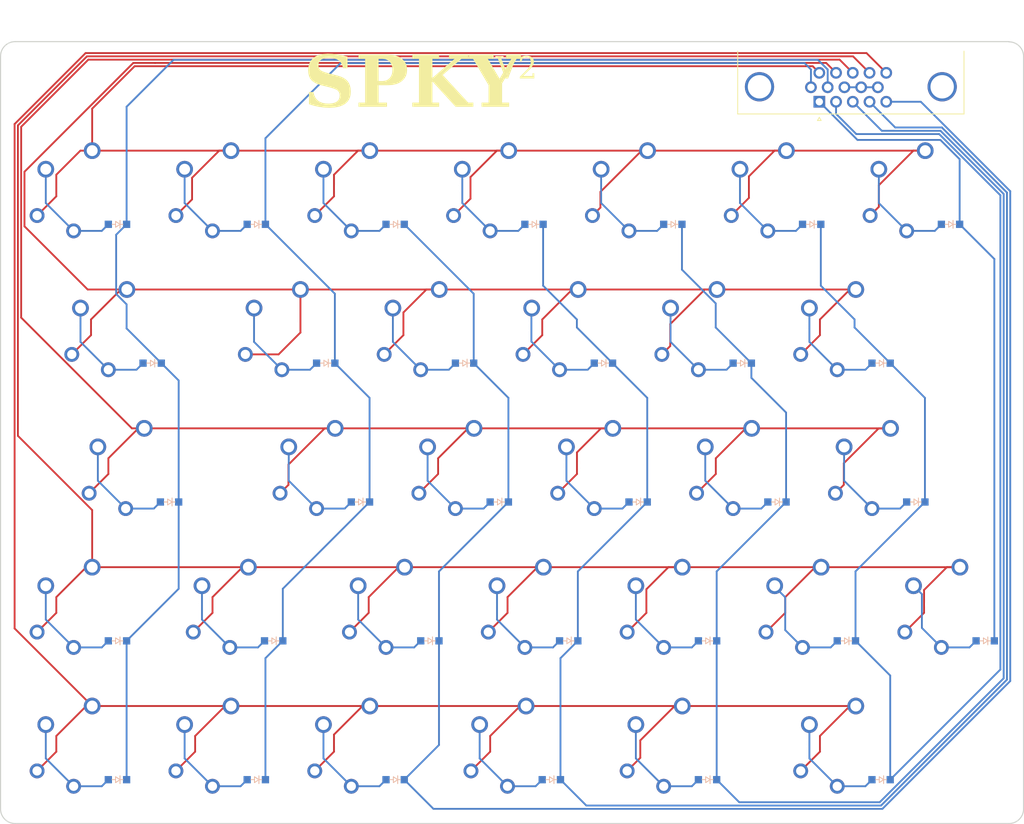
<source format=kicad_pcb>
(kicad_pcb (version 20221018) (generator pcbnew)
  (title_block (title "spkyv2_left") (rev "v1.0.0") (company "Unknown"))
  (layers (0 "F.Cu" signal) (31 "B.Cu" signal) (34 "B.Paste" user) (35 "F.Paste" user) (36 "B.SilkS" user "B.Silkscreen") (37 "F.SilkS" user "F.Silkscreen") (38 "B.Mask" user) (39 "F.Mask" user) (44 "Edge.Cuts" user))
  (net 0 "")
  (net 1 "P1")
  (net 2 "number_tilda")
  (net 3 "P21")
  (net 4 "number_qaz")
  (net 5 "P20")
  (net 6 "number_wsx")
  (net 7 "P19")
  (net 8 "number_edc")
  (net 9 "P18")
  (net 10 "number_rfv")
  (net 11 "P15")
  (net 12 "number_tgb")
  (net 13 "P14")
  (net 14 "number_six")
  (net 15 "P16")
  (net 16 "P0")
  (net 17 "qwer_tilda")
  (net 18 "qwer_qaz")
  (net 19 "qwer_wsx")
  (net 20 "qwer_edc")
  (net 21 "qwer_rfv")
  (net 22 "qwer_tgb")
  (net 23 "P2")
  (net 24 "asdf_tilda")
  (net 25 "asdf_qaz")
  (net 26 "asdf_wsx")
  (net 27 "asdf_edc")
  (net 28 "asdf_rfv")
  (net 29 "asdf_tgb")
  (net 30 "P3")
  (net 31 "zxcv_tilda")
  (net 32 "zxcv_qaz")
  (net 33 "zxcv_wsx")
  (net 34 "zxcv_edc")
  (net 35 "zxcv_rfv")
  (net 36 "zxcv_tgb")
  (net 37 "zxcv_six")
  (net 38 "P4")
  (net 39 "ctrl_tilda")
  (net 40 "ctrl_qaz")
  (net 41 "ctrl_wsx")
  (net 42 "ctrl_edc")
  (net 43 "ctrl_rfv")
  (net 44 "ctrl_tgb")
  (net 45 "GND")
  (footprint "MountingHole_2.2mm_M2_ISO7380" (layer "F.Cu") (at 297.18 144.78 -90)
    (fp_text reference "")
    (fp_text value "")
  )
  (footprint "ComboDiode" (layer "F.Cu") (at 263.25 183.75 180)
    (fp_text reference "D12" hide)
    (fp_text value "" hide)
  )
  (footprint "ComboDiode" (layer "F.Cu") (at 196.75 240.75 180)
    (fp_text reference "D28" hide)
    (fp_text value "" hide)
  )
  (footprint "ComboDiode" (layer "F.Cu") (at 272.75 164.75 180)
    (fp_text reference "D6" hide)
    (fp_text value "" hide)
  )
  (footprint "MX" (layer "F.Cu") (at 193.125 216.75)
    (fp_text reference "S41" hide)
    (fp_text value "" hide)
  )
  (footprint "PG1350" (layer "F.Cu") (at 290.5 216.75 180)
    (fp_text reference "S52" hide)
    (fp_text value "" hide)
  )
  (footprint "PG1350" (layer "F.Cu") (at 171.75 159.75 180)
    (fp_text reference "S2" hide)
    (fp_text value "" hide)
  )
  (footprint "PG1350" (layer "F.Cu") (at 252.5 235.75 180)
    (fp_text reference "S62" hide)
    (fp_text value "" hide)
  )
  (footprint "ComboDiode" (layer "F.Cu") (at 282.25 183.75 180)
    (fp_text reference "D13" hide)
    (fp_text value "" hide)
  )
  (footprint "PG1350" (layer "F.Cu") (at 231.125 235.75 180)
    (fp_text reference "S60" hide)
    (fp_text value "" hide)
  )
  (footprint "PG1350" (layer "F.Cu") (at 252.5 216.75 180)
    (fp_text reference "S48" hide)
    (fp_text value "" hide)
  )
  (footprint "MX" (layer "F.Cu") (at 257.25 178.75)
    (fp_text reference "S23" hide)
    (fp_text value "" hide)
  )
  (footprint "MountingHole_2.2mm_M2_ISO7380" (layer "F.Cu") (at 165.75 199.75 -90)
    (fp_text reference "")
    (fp_text value "")
  )
  (footprint "ComboDiode" (layer "F.Cu") (at 287 202.75 180)
    (fp_text reference "D19" hide)
    (fp_text value "" hide)
  )
  (footprint "PG1350" (layer "F.Cu") (at 238.25 178.75 180)
    (fp_text reference "S22" hide)
    (fp_text value "" hide)
  )
  (footprint "MX" (layer "F.Cu") (at 224 197.75)
    (fp_text reference "S31" hide)
    (fp_text value "" hide)
  )
  (footprint "ComboDiode" (layer "F.Cu") (at 199.125 221.75 180)
    (fp_text reference "D21" hide)
    (fp_text value "" hide)
  )
  (footprint "MX" (layer "F.Cu") (at 252.5 216.75)
    (fp_text reference "S47" hide)
    (fp_text value "" hide)
  )
  (footprint "PG1350" (layer "F.Cu") (at 209.75 159.75 180)
    (fp_text reference "S6" hide)
    (fp_text value "" hide)
  )
  (footprint "PG1350" (layer "F.Cu") (at 257.25 178.75 180)
    (fp_text reference "S24" hide)
    (fp_text value "" hide)
  )
  (footprint "ComboDiode" (layer "F.Cu") (at 215.75 164.75 180)
    (fp_text reference "D3" hide)
    (fp_text value "" hide)
  )
  (footprint "MX" (layer "F.Cu") (at 252.5 235.75)
    (fp_text reference "S61" hide)
    (fp_text value "" hide)
  )
  (footprint "MX" (layer "F.Cu") (at 171.75 159.75)
    (fp_text reference "S1" hide)
    (fp_text value "" hide)
  )
  (footprint "MX" (layer "F.Cu") (at 176.5 178.75)
    (fp_text reference "S15" hide)
    (fp_text value "" hide)
  )
  (footprint "PG1350" (layer "F.Cu") (at 190.75 235.75 180)
    (fp_text reference "S56" hide)
    (fp_text value "" hide)
  )
  (footprint "MX" (layer "F.Cu") (at 214.5 216.75)
    (fp_text reference "S43" hide)
    (fp_text value "" hide)
  )
  (footprint "MX" (layer "F.Cu") (at 290.5 216.75)
    (fp_text reference "S51" hide)
    (fp_text value "" hide)
  )
  (footprint "ComboDiode" (layer "F.Cu") (at 211 202.75 180)
    (fp_text reference "D15" hide)
    (fp_text value "" hide)
  )
  (footprint "ComboDiode" (layer "F.Cu") (at 177.75 240.75 180)
    (fp_text reference "D27" hide)
    (fp_text value "" hide)
  )
  (footprint "MX" (layer "F.Cu") (at 209.75 159.75)
    (fp_text reference "S5" hide)
    (fp_text value "" hide)
  )
  (footprint "MountingHole_2.2mm_M2_ISO7380" (layer "F.Cu") (at 296.75 242.75 -90)
    (fp_text reference "")
    (fp_text value "")
  )
  (footprint "ComboDiode" (layer "F.Cu") (at 220.5 221.75 180)
    (fp_text reference "D22" hide)
    (fp_text value "" hide)
  )
  (footprint "MX" (layer "F.Cu") (at 190.75 235.75)
    (fp_text reference "S55" hide)
    (fp_text value "" hide)
  )
  (footprint "MX" (layer "F.Cu") (at 276.25 235.75)
    (fp_text reference "S63" hide)
    (fp_text value "" hide)
  )
  (footprint "MX" (layer "F.Cu") (at 247.75 159.75)
    (fp_text reference "S9" hide)
    (fp_text value "" hide)
  )
  (footprint "ComboDiode" (layer "F.Cu") (at 206.25 183.75 180)
    (fp_text reference "D9" hide)
    (fp_text value "" hide)
  )
  (footprint "PG1350" (layer "F.Cu") (at 224 197.75 180)
    (fp_text reference "S32" hide)
    (fp_text value "" hide)
  )
  (footprint "MX" (layer "F.Cu") (at 228.75 159.75)
    (fp_text reference "S7" hide)
    (fp_text value "" hide)
  )
  (footprint "PG1350" (layer "F.Cu") (at 171.75 235.75 180)
    (fp_text reference "S54" hide)
    (fp_text value "" hide)
  )
  (footprint "MX" (layer "F.Cu") (at 281 197.75)
    (fp_text reference "S37" hide)
    (fp_text value "" hide)
  )
  (footprint "PG1350" (layer "F.Cu") (at 276.25 235.75 180)
    (fp_text reference "S64" hide)
    (fp_text value "" hide)
  )
  (footprint "PG1350" (layer "F.Cu") (at 171.75 216.75 180)
    (fp_text reference "S40" hide)
    (fp_text value "" hide)
  )
  (footprint "MX" (layer "F.Cu") (at 219.25 178.75)
    (fp_text reference "S19" hide)
    (fp_text value "" hide)
  )
  (footprint "MX" (layer "F.Cu") (at 205 197.75)
    (fp_text reference "S29" hide)
    (fp_text value "" hide)
  )
  (footprint "PG1350" (layer "F.Cu") (at 233.5 216.75 180)
    (fp_text reference "S46" hide)
    (fp_text value "" hide)
  )
  (footprint "PG1350" (layer "F.Cu") (at 271.5 216.75 180)
    (fp_text reference "S50" hide)
    (fp_text value "" hide)
  )
  (footprint "ComboDiode" (layer "F.Cu") (at 177.75 221.75 180)
    (fp_text reference "D20" hide)
    (fp_text value "" hide)
  )
  (footprint "PG1350" (layer "F.Cu") (at 178.875 197.75 180)
    (fp_text reference "S28" hide)
    (fp_text value "" hide)
  )
  (footprint "PG1350" (layer "F.Cu") (at 266.75 159.75 180)
    (fp_text reference "S12" hide)
    (fp_text value "" hide)
  )
  (footprint "ComboDiode" (layer "F.Cu") (at 253.75 164.75 180)
    (fp_text reference "D5" hide)
    (fp_text value "" hide)
  )
  (footprint "PG1350" (layer "F.Cu") (at 190.75 159.75 180)
    (fp_text reference "S4" hide)
    (fp_text value "" hide)
  )
  (footprint "MX" (layer "F.Cu") (at 233.5 216.75)
    (fp_text reference "S45" hide)
    (fp_text value "" hide)
  )
  (footprint "ComboDiode" (layer "F.Cu") (at 258.5 221.75 180)
    (fp_text reference "D24" hide)
    (fp_text value "" hide)
  )
  (footprint "ComboDiode" (layer "F.Cu") (at 225.25 183.75 180)
    (fp_text reference "D10" hide)
    (fp_text value "" hide)
  )
  (footprint "MX" (layer "F.Cu") (at 190.75 159.75)
    (fp_text reference "S3" hide)
    (fp_text value "" hide)
  )
  (footprint "MX" (layer "F.Cu") (at 171.75 216.75)
    (fp_text reference "S39" hide)
    (fp_text value "" hide)
  )
  (footprint "ComboDiode" (layer "F.Cu") (at 215.75 240.75 180)
    (fp_text reference "D29" hide)
    (fp_text value "" hide)
  )
  (footprint "ComboDiode" (layer "F.Cu") (at 277.5 221.75 180)
    (fp_text reference "D25" hide)
    (fp_text value "" hide)
  )
  (footprint "ComboDiode" (layer "F.Cu") (at 244.25 183.75 180)
    (fp_text reference "D11" hide)
    (fp_text value "" hide)
  )
  (footprint "MX" (layer "F.Cu") (at 285.75 159.75)
    (fp_text reference "S13" hide)
    (fp_text value "" hide)
  )
  (footprint "PG1350" (layer "F.Cu") (at 276.25 178.75 180)
    (fp_text reference "S26" hide)
    (fp_text value "" hide)
  )
  (footprint "PG1350" (layer "F.Cu") (at 281 197.75 180)
    (fp_text reference "S38" hide)
    (fp_text value "" hide)
  )
  (footprint "PG1350" (layer "F.Cu") (at 243 197.75 180)
    (fp_text reference "S34" hide)
    (fp_text value "" hide)
  )
  (footprint "PG1350" (layer "F.Cu") (at 262 197.75 180)
    (fp_text reference "S36" hide)
    (fp_text value "" hide)
  )
  (footprint "PG1350" (layer "F.Cu") (at 176.5 178.75 180)
    (fp_text reference "S16" hide)
    (fp_text value "" hide)
  )
  (footprint "MX" (layer "F.Cu") (at 238.25 178.75)
    (fp_text reference "S21" hide)
    (fp_text value "" hide)
  )
  (footprint "PG1350" (layer "F.Cu") (at 205 197.75 180)
    (fp_text reference "S30" hide)
    (fp_text value "" hide)
  )
  (footprint "MX" (layer "F.Cu") (at 266.75 159.75)
    (fp_text reference "S11" hide)
    (fp_text value "" hide)
  )
  (footprint "ComboDiode" (layer "F.Cu") (at 177.75 164.75 180)
    (fp_text reference "D1" hide)
    (fp_text value "" hide)
  )
  (footprint "ComboDiode" (layer "F.Cu") (at 268 202.75 180)
    (fp_text reference "D18" hide)
    (fp_text value "" hide)
  )
  (footprint "MX" (layer "F.Cu") (at 276.25 178.75)
    (fp_text reference "S25" hide)
    (fp_text value "" hide)
  )
  (footprint "ComboDiode" (layer "F.Cu") (at 239.5 221.75 180)
    (fp_text reference "D23" hide)
    (fp_text value "" hide)
  )
  (footprint "PG1350" (layer "F.Cu") (at 209.75 235.75 180)
    (fp_text reference "S58" hide)
    (fp_text value "" hide)
  )
  (footprint "PG1350" (layer "F.Cu") (at 200.25 178.75 180)
    (fp_text reference "S18" hide)
    (fp_text value "" hide)
  )
  (footprint "ComboDiode" (layer "F.Cu") (at 182.5 183.75 180)
    (fp_text reference "D8" hide)
    (fp_text value "" hide)
  )
  (footprint "PG1350" (layer "F.Cu") (at 228.75 159.75 180)
    (fp_text reference "S8" hide)
    (fp_text value "" hide)
  )
  (footprint "MX" (layer "F.Cu") (at 200.25 178.75)
    (fp_text reference "S17" hide)
    (fp_text value "" hide)
  )
  (footprint "ComboDiode" (layer "F.Cu") (at 282.25 240.75 180)
    (fp_text reference "D32" hide)
    (fp_text value "" hide)
  )
  (footprint "ComboDiode" (layer "F.Cu") (at 184.875 202.75 180)
    (fp_text reference "D14" hide)
    (fp_text value "" hide)
  )
  (footprint "ComboDiode" (layer "F.Cu") (at 291.75 164.75 180)
    (fp_text reference "D7" hide)
    (fp_text value "" hide)
  )
  (footprint "MX" (layer "F.Cu") (at 262 197.75)
    (fp_text reference "S35" hide)
    (fp_text value "" hide)
  )
  (footprint "PG1350" (layer "F.Cu") (at 285.75 159.75 180)
    (fp_text reference "S14" hide)
    (fp_text value "" hide)
  )
  (footprint "ComboDiode" (layer "F.Cu") (at 258.5 240.75 180)
    (fp_text reference "D31" hide)
    (fp_text value "" hide)
  )
  (footprint "ComboDiode" (layer "F.Cu") (at 296.5 221.75 180)
    (fp_text reference "D26" hide)
    (fp_text value "" hide)
  )
  (footprint "ComboDiode" (layer "F.Cu") (at 234.75 164.75 180)
    (fp_text reference "D4" hide)
    (fp_text value "" hide)
  )
  (footprint "ComboDiode" (layer "F.Cu") (at 249 202.75 180)
    (fp_text reference "D17" hide)
    (fp_text value "" hide)
  )
  (footprint "PG1350" (layer "F.Cu") (at 214.5 216.75 180)
    (fp_text reference "S44" hide)
    (fp_text value "" hide)
  )
  (footprint "MX" (layer "F.Cu") (at 243 197.75)
    (fp_text reference "S33" hide)
    (fp_text value "" hide)
  )
  (footprint "MX" (layer "F.Cu") (at 271.5 216.75)
    (fp_text reference "S49" hide)
    (fp_text value "" hide)
  )
  (footprint "PG1350" (layer "F.Cu") (at 193.125 216.75 180)
    (fp_text reference "S42" hide)
    (fp_text value "" hide)
  )
  (footprint "ComboDiode" (layer "F.Cu") (at 230 202.75 180)
    (fp_text reference "D16" hide)
    (fp_text value "" hide)
  )
  (footprint "PG1350" (layer "F.Cu") (at 219.25 178.75 180)
    (fp_text reference "S20" hide)
    (fp_text value "" hide)
  )
  (footprint "MX" (layer "F.Cu") (at 231.125 235.75)
    (fp_text reference "S59" hide)
    (fp_text value "" hide)
  )
  (footprint "DSUB-15-HD_Female_Horizontal_P2.29x1.98mm_EdgePinOffset9.40mm" (layer "F.Cu") (at 273.796 147.978 180)
    (fp_text reference "")
    (fp_text value "")
  )
  (footprint "MX" (layer "F.Cu") (at 178.875 197.75)
    (fp_text reference "S27" hide)
    (fp_text value "" hide)
  )
  (footprint "ComboDiode" (layer "F.Cu") (at 196.75 164.75 180)
    (fp_text reference "D2" hide)
    (fp_text value "" hide)
  )
  (footprint "MX" (layer "F.Cu") (at 171.75 235.75)
    (fp_text reference "S53" hide)
    (fp_text value "" hide)
  )
  (footprint "MX" (layer "F.Cu") (at 209.75 235.75)
    (fp_text reference "S57" hide)
    (fp_text value "" hide)
  )
  (footprint "ComboDiode" (layer "F.Cu") (at 237.125 240.75 180)
    (fp_text reference "D30" hide)
    (fp_text value "" hide)
  )
  (footprint "PG1350" (layer "F.Cu") (at 247.75 159.75 180)
    (fp_text reference "S10" hide)
    (fp_text value "" hide)
  )
  (footprint "MountingHole_2.2mm_M2_ISO7380" (layer "F.Cu") (at 165.75 144.75 -90)
    (fp_text reference "")
    (fp_text value "")
  )
  (gr_arc (start 301.75 244.75) (mid 301.164214 246.164214) (end 299.75 246.75) (stroke (width 0.15)) (layer "Edge.Cuts"))
  (gr_line (start 163.75 246.75) (end 299.75 246.75) (stroke (width 0.15)) (layer "Edge.Cuts"))
  (gr_line (start 299.75 139.75) (end 163.75 139.75) (stroke (width 0.15)) (layer "Edge.Cuts"))
  (gr_arc (start 163.75 246.75) (mid 162.335786 246.164214) (end 161.75 244.75) (stroke (width 0.15)) (layer "Edge.Cuts"))
  (gr_arc (start 161.75 141.75) (mid 162.335786 140.335786) (end 163.75 139.75) (stroke (width 0.15)) (layer "Edge.Cuts"))
  (gr_line (start 301.75 244.75) (end 301.75 141.75) (stroke (width 0.15)) (layer "Edge.Cuts"))
  (gr_line (start 161.75 141.75) (end 161.75 244.75) (stroke (width 0.15)) (layer "Edge.Cuts"))
  (gr_arc (start 299.75 139.78) (mid 301.164214 140.365786) (end 301.75 141.78) (stroke (width 0.15)) (layer "Edge.Cuts"))
  (gr_text "V2" (at 229.5 145.3) (layer "F.SilkS") (effects (font (size 3 3)) (justify left bottom)))
  (gr_text "SPKY" (at 203.2 149.86) (layer "F.SilkS") (effects (font (size 7 7) (thickness 1) bold) (justify left bottom)))
  (segment (start 281.94 159.403554) (end 281.94 162.36) (width 0.25) (layer "F.Cu") (net 1))
  (segment (start 210.673554 154.67) (end 207.3811 157.962454) (width 0.25) (layer "F.Cu") (net 1))
  (segment (start 187.96 158.383554) (end 187.96 161.34) (width 0.25) (layer "F.Cu") (net 1))
  (segment (start 169.3811 160.9189) (end 169.3811 157.962454) (width 0.25) (layer "F.Cu") (net 1))
  (segment (start 250.29 154.67) (end 269.29 154.67) (width 0.25) (layer "F.Cu") (net 1))
  (segment (start 267.673554 154.67) (end 264.16 158.183554) (width 0.25) (layer "F.Cu") (net 1))
  (segment (start 166.75 163.55) (end 169.3811 160.9189) (width 0.25) (layer "F.Cu") (net 1))
  (segment (start 288.29 154.67) (end 286.673554 154.67) (width 0.25) (layer "F.Cu") (net 1))
  (segment (start 212.29 154.67) (end 210.673554 154.67) (width 0.25) (layer "F.Cu") (net 1))
  (segment (start 229.673554 154.67) (end 226.06 158.283554) (width 0.25) (layer "F.Cu") (net 1))
  (segment (start 191.673554 154.67) (end 187.96 158.383554) (width 0.25) (layer "F.Cu") (net 1))
  (segment (start 180.101396 143.115) (end 174.29 148.926396) (width 0.25) (layer "F.Cu") (net 1))
  (segment (start 226.06 158.283554) (end 226.06 161.24) (width 0.25) (layer "F.Cu") (net 1))
  (segment (start 231.29 154.67) (end 250.29 154.67) (width 0.25) (layer "F.Cu") (net 1))
  (segment (start 193.29 154.67) (end 191.673554 154.67) (width 0.25) (layer "F.Cu") (net 1))
  (segment (start 250.29 154.67) (end 249.479869 154.67) (width 0.25) (layer "F.Cu") (net 1))
  (segment (start 172.673554 154.67) (end 174.29 154.67) (width 0.25) (layer "F.Cu") (net 1))
  (segment (start 264.16 158.183554) (end 264.16 161.14) (width 0.25) (layer "F.Cu") (net 1))
  (segment (start 169.3811 157.962454) (end 172.673554 154.67) (width 0.25) (layer "F.Cu") (net 1))
  (segment (start 231.29 154.67) (end 229.673554 154.67) (width 0.25) (layer "F.Cu") (net 1))
  (segment (start 264.16 161.14) (end 261.75 163.55) (width 0.25) (layer "F.Cu") (net 1))
  (segment (start 281.94 162.36) (end 280.75 163.55) (width 0.25) (layer "F.Cu") (net 1))
  (segment (start 193.29 154.67) (end 212.29 154.67) (width 0.25) (layer "F.Cu") (net 1))
  (segment (start 249.479869 154.67) (end 243.84 160.309869) (width 0.25) (layer "F.Cu") (net 1))
  (segment (start 243.84 162.46) (end 242.75 163.55) (width 0.25) (layer "F.Cu") (net 1))
  (segment (start 207.3811 160.9189) (end 204.75 163.55) (width 0.25) (layer "F.Cu") (net 1))
  (segment (start 269.29 154.67) (end 267.673554 154.67) (width 0.25) (layer "F.Cu") (net 1))
  (segment (start 174.29 148.926396) (end 174.29 154.67) (width 0.25) (layer "F.Cu") (net 1))
  (segment (start 226.06 161.24) (end 223.75 163.55) (width 0.25) (layer "F.Cu") (net 1))
  (segment (start 187.96 161.34) (end 185.75 163.55) (width 0.25) (layer "F.Cu") (net 1))
  (segment (start 174.29 154.67) (end 193.29 154.67) (width 0.25) (layer "F.Cu") (net 1))
  (segment (start 269.29 154.67) (end 288.29 154.67) (width 0.25) (layer "F.Cu") (net 1))
  (segment (start 286.673554 154.67) (end 281.94 159.403554) (width 0.25) (layer "F.Cu") (net 1))
  (segment (start 272.893 143.115) (end 180.101396 143.115) (width 0.25) (layer "F.Cu") (net 1))
  (segment (start 273.796 144.018) (end 272.893 143.115) (width 0.25) (layer "F.Cu") (net 1))
  (segment (start 207.3811 157.962454) (end 207.3811 160.9189) (width 0.25) (layer "F.Cu") (net 1))
  (segment (start 243.84 160.309869) (end 243.84 162.46) (width 0.25) (layer "F.Cu") (net 1))
  (segment (start 212.29 154.67) (end 231.29 154.67) (width 0.25) (layer "F.Cu") (net 1))
  (segment (start 175.6 165.65) (end 176.5 164.75) (width 0.25) (layer "B.Cu") (net 2))
  (segment (start 167.94 157.21) (end 167.94 161.84) (width 0.25) (layer "B.Cu") (net 2))
  (segment (start 167.94 161.84) (end 171.75 165.65) (width 0.25) (layer "B.Cu") (net 2))
  (segment (start 171.75 165.65) (end 175.6 165.65) (width 0.25) (layer "B.Cu") (net 2))
  (segment (start 273.608991 142.24) (end 185.42 142.24) (width 0.25) (layer "B.Cu") (net 3))
  (segment (start 274.941 143.572009) (end 273.608991 142.24) (width 0.25) (layer "B.Cu") (net 3))
  (segment (start 179 148.66) (end 179 164.75) (width 0.25) (layer "B.Cu") (net 3))
  (segment (start 186.125 202.75) (end 186.125 186.125) (width 0.25) (layer "B.Cu") (net 3))
  (segment (start 179 240.75) (end 179 221.75) (width 0.25) (layer "B.Cu") (net 3))
  (segment (start 177.572 174.278066) (end 177.572 166.178) (width 0.25) (layer "B.Cu") (net 3))
  (segment (start 179 175.706066) (end 177.572 174.278066) (width 0.25) (layer "B.Cu") (net 3))
  (segment (start 179 179) (end 179 175.706066) (width 0.25) (layer "B.Cu") (net 3))
  (segment (start 186.125 186.125) (end 183.75 183.75) (width 0.25) (layer "B.Cu") (net 3))
  (segment (start 274.941 145.998) (end 274.941 143.572009) (width 0.25) (layer "B.Cu") (net 3))
  (segment (start 186.125 214.625) (end 179 221.75) (width 0.25) (layer "B.Cu") (net 3))
  (segment (start 183.75 183.75) (end 179 179) (width 0.25) (layer "B.Cu") (net 3))
  (segment (start 186.125 202.75) (end 186.125 214.625) (width 0.25) (layer "B.Cu") (net 3))
  (segment (start 177.572 166.178) (end 179 164.75) (width 0.25) (layer "B.Cu") (net 3))
  (segment (start 185.42 142.24) (end 179 148.66) (width 0.25) (layer "B.Cu") (net 3))
  (segment (start 194.6 165.65) (end 195.5 164.75) (width 0.25) (layer "B.Cu") (net 4))
  (segment (start 186.94 161.84) (end 190.75 165.65) (width 0.25) (layer "B.Cu") (net 4))
  (segment (start 190.75 165.65) (end 194.6 165.65) (width 0.25) (layer "B.Cu") (net 4))
  (segment (start 186.94 157.21) (end 186.94 161.84) (width 0.25) (layer "B.Cu") (net 4))
  (segment (start 207.5 183.75) (end 212.25 188.5) (width 0.25) (layer "B.Cu") (net 5))
  (segment (start 207.5 174.25) (end 207.5 183.75) (width 0.25) (layer "B.Cu") (net 5))
  (segment (start 200.375 214.625) (end 212.25 202.75) (width 0.25) (layer "B.Cu") (net 5))
  (segment (start 208.28 142.69) (end 198 152.97) (width 0.25) (layer "B.Cu") (net 5))
  (segment (start 198 224.125) (end 200.375 221.75) (width 0.25) (layer "B.Cu") (net 5))
  (segment (start 212.25 188.5) (end 212.25 202.75) (width 0.25) (layer "B.Cu") (net 5))
  (segment (start 198 164.75) (end 207.5 174.25) (width 0.25) (layer "B.Cu") (net 5))
  (segment (start 271.78 142.69) (end 208.28 142.69) (width 0.25) (layer "B.Cu") (net 5))
  (segment (start 200.375 221.75) (end 200.375 214.625) (width 0.25) (layer "B.Cu") (net 5))
  (segment (start 198 240.75) (end 198 224.125) (width 0.25) (layer "B.Cu") (net 5))
  (segment (start 272.651 143.561) (end 271.78 142.69) (width 0.25) (layer "B.Cu") (net 5))
  (segment (start 272.651 145.998) (end 272.651 143.561) (width 0.25) (layer "B.Cu") (net 5))
  (segment (start 198 152.97) (end 198 164.75) (width 0.25) (layer "B.Cu") (net 5))
  (segment (start 205.94 161.84) (end 209.75 165.65) (width 0.25) (layer "B.Cu") (net 6))
  (segment (start 209.75 165.65) (end 213.6 165.65) (width 0.25) (layer "B.Cu") (net 6))
  (segment (start 205.94 157.21) (end 205.94 161.84) (width 0.25) (layer "B.Cu") (net 6))
  (segment (start 213.6 165.65) (end 214.5 164.75) (width 0.25) (layer "B.Cu") (net 6))
  (segment (start 299.925 160.219416) (end 299.925 227.247792) (width 0.25) (layer "B.Cu") (net 7))
  (segment (start 282.432792 244.74) (end 220.99 244.74) (width 0.25) (layer "B.Cu") (net 7))
  (segment (start 217 164.75) (end 226.5 174.25) (width 0.25) (layer "B.Cu") (net 7))
  (segment (start 287.683584 147.978) (end 299.925 160.219416) (width 0.25) (layer "B.Cu") (net 7))
  (segment (start 221.75 221.75) (end 221.75 236) (width 0.25) (layer "B.Cu") (net 7))
  (segment (start 221.75 236) (end 217 240.75) (width 0.25) (layer "B.Cu") (net 7))
  (segment (start 231.25 202.75) (end 221.75 212.25) (width 0.25) (layer "B.Cu") (net 7))
  (segment (start 299.925 227.247792) (end 282.432792 244.74) (width 0.25) (layer "B.Cu") (net 7))
  (segment (start 221.75 212.25) (end 221.75 221.75) (width 0.25) (layer "B.Cu") (net 7))
  (segment (start 231.25 188.5) (end 231.25 202.75) (width 0.25) (layer "B.Cu") (net 7))
  (segment (start 226.5 183.75) (end 231.25 188.5) (width 0.25) (layer "B.Cu") (net 7))
  (segment (start 226.5 174.25) (end 226.5 183.75) (width 0.25) (layer "B.Cu") (net 7))
  (segment (start 282.956 147.978) (end 287.683584 147.978) (width 0.25) (layer "B.Cu") (net 7))
  (segment (start 220.99 244.74) (end 217 240.75) (width 0.25) (layer "B.Cu") (net 7))
  (segment (start 232.6 165.65) (end 233.5 164.75) (width 0.25) (layer "B.Cu") (net 8))
  (segment (start 224.94 161.84) (end 228.75 165.65) (width 0.25) (layer "B.Cu") (net 8))
  (segment (start 228.75 165.65) (end 232.6 165.65) (width 0.25) (layer "B.Cu") (net 8))
  (segment (start 224.94 157.21) (end 224.94 161.84) (width 0.25) (layer "B.Cu") (net 8))
  (segment (start 240.75 212.25) (end 240.75 221.75) (width 0.25) (layer "B.Cu") (net 9))
  (segment (start 240.6189 177.768769) (end 240.6189 178.8689) (width 0.25) (layer "B.Cu") (net 9))
  (segment (start 240.6189 178.8689) (end 245.5 183.75) (width 0.25) (layer "B.Cu") (net 9))
  (segment (start 290.569188 151.5) (end 299.475 160.405812) (width 0.25) (layer "B.Cu") (net 9))
  (segment (start 250.25 188.5) (end 245.5 183.75) (width 0.25) (layer "B.Cu") (net 9))
  (segment (start 250.25 202.75) (end 240.75 212.25) (width 0.25) (layer "B.Cu") (net 9))
  (segment (start 299.475 227.061396) (end 282.246396 244.29) (width 0.25) (layer "B.Cu") (net 9))
  (segment (start 284.188 151.5) (end 290.569188 151.5) (width 0.25) (layer "B.Cu") (net 9))
  (segment (start 238.375 224.125) (end 240.75 221.75) (width 0.25) (layer "B.Cu") (net 9))
  (segment (start 299.475 160.405812) (end 299.475 227.061396) (width 0.25) (layer "B.Cu") (net 9))
  (segment (start 236 164.75) (end 236 173.149869) (width 0.25) (layer "B.Cu") (net 9))
  (segment (start 280.666 147.978) (end 284.188 151.5) (width 0.25) (layer "B.Cu") (net 9))
  (segment (start 241.915 244.29) (end 238.375 240.75) (width 0.25) (layer "B.Cu") (net 9))
  (segment (start 282.246396 244.29) (end 241.915 244.29) (width 0.25) (layer "B.Cu") (net 9))
  (segment (start 238.375 240.75) (end 238.375 224.125) (width 0.25) (layer "B.Cu") (net 9))
  (segment (start 236 173.149869) (end 240.6189 177.768769) (width 0.25) (layer "B.Cu") (net 9))
  (segment (start 250.25 202.75) (end 250.25 188.5) (width 0.25) (layer "B.Cu") (net 9))
  (segment (start 243.94 157.21) (end 243.94 161.84) (width 0.25) (layer "B.Cu") (net 10))
  (segment (start 243.94 161.84) (end 247.75 165.65) (width 0.25) (layer "B.Cu") (net 10))
  (segment (start 247.75 165.65) (end 251.6 165.65) (width 0.25) (layer "B.Cu") (net 10))
  (segment (start 251.6 165.65) (end 252.5 164.75) (width 0.25) (layer "B.Cu") (net 10))
  (segment (start 255 170.956066) (end 255 164.75) (width 0.25) (layer "B.Cu") (net 11))
  (segment (start 299.025 160.592208) (end 299.025 226.875) (width 0.25) (layer "B.Cu") (net 11))
  (segment (start 262.84 243.84) (end 259.75 240.75) (width 0.25) (layer "B.Cu") (net 11))
  (segment (start 299.025 226.875) (end 282.06 243.84) (width 0.25) (layer "B.Cu") (net 11))
  (segment (start 282.348 151.95) (end 290.382792 151.95) (width 0.25) (layer "B.Cu") (net 11))
  (segment (start 290.382792 151.95) (end 299.025 160.592208) (width 0.25) (layer "B.Cu") (net 11))
  (segment (start 269.25 190.51) (end 264.5 185.76) (width 0.25) (layer "B.Cu") (net 11))
  (segment (start 269.25 202.75) (end 269.25 190.51) (width 0.25) (layer "B.Cu") (net 11))
  (segment (start 282.06 243.84) (end 262.84 243.84) (width 0.25) (layer "B.Cu") (net 11))
  (segment (start 264.5 183.75) (end 259.6189 178.8689) (width 0.25) (layer "B.Cu") (net 11))
  (segment (start 264.5 185.76) (end 264.5 183.75) (width 0.25) (layer "B.Cu") (net 11))
  (segment (start 259.6189 175.574966) (end 255 170.956066) (width 0.25) (layer "B.Cu") (net 11))
  (segment (start 259.75 240.75) (end 259.75 221.75) (width 0.25) (layer "B.Cu") (net 11))
  (segment (start 259.6189 178.8689) (end 259.6189 175.574966) (width 0.25) (layer "B.Cu") (net 11))
  (segment (start 259.75 221.75) (end 259.75 212.25) (width 0.25) (layer "B.Cu") (net 11))
  (segment (start 259.75 212.25) (end 269.25 202.75) (width 0.25) (layer "B.Cu") (net 11))
  (segment (start 278.376 147.978) (end 282.348 151.95) (width 0.25) (layer "B.Cu") (net 11))
  (segment (start 262.94 157.21) (end 262.94 161.84) (width 0.25) (layer "B.Cu") (net 12))
  (segment (start 270.6 165.65) (end 271.5 164.75) (width 0.25) (layer "B.Cu") (net 12))
  (segment (start 266.75 165.65) (end 270.6 165.65) (width 0.25) (layer "B.Cu") (net 12))
  (segment (start 262.94 161.84) (end 266.75 165.65) (width 0.25) (layer "B.Cu") (net 12))
  (segment (start 278.6189 178.8689) (end 283.5 183.75) (width 0.25) (layer "B.Cu") (net 13))
  (segment (start 276.086 149.631604) (end 278.854396 152.4) (width 0.25) (layer "B.Cu") (net 13))
  (segment (start 278.75 212.25) (end 278.75 221.75) (width 0.25) (layer "B.Cu") (net 13))
  (segment (start 278.75 221.75) (end 283.5 226.5) (width 0.25) (layer "B.Cu") (net 13))
  (segment (start 278.6189 177.768769) (end 278.6189 178.8689) (width 0.25) (layer "B.Cu") (net 13))
  (segment (start 276.086 147.978) (end 276.086 149.631604) (width 0.25) (layer "B.Cu") (net 13))
  (segment (start 298.575 160.778604) (end 298.575 225.675) (width 0.25) (layer "B.Cu") (net 13))
  (segment (start 288.25 202.75) (end 278.75 212.25) (width 0.25) (layer "B.Cu") (net 13))
  (segment (start 298.575 225.675) (end 283.5 240.75) (width 0.25) (layer "B.Cu") (net 13))
  (segment (start 274 164.75) (end 274 173.149869) (width 0.25) (layer "B.Cu") (net 13))
  (segment (start 278.854396 152.4) (end 290.196396 152.4) (width 0.25) (layer "B.Cu") (net 13))
  (segment (start 288.25 188.5) (end 288.25 202.75) (width 0.25) (layer "B.Cu") (net 13))
  (segment (start 274 173.149869) (end 278.6189 177.768769) (width 0.25) (layer "B.Cu") (net 13))
  (segment (start 283.5 183.75) (end 288.25 188.5) (width 0.25) (layer "B.Cu") (net 13))
  (segment (start 290.196396 152.4) (end 298.575 160.778604) (width 0.25) (layer "B.Cu") (net 13))
  (segment (start 283.5 226.5) (end 283.5 240.75) (width 0.25) (layer "B.Cu") (net 13))
  (segment (start 289.6 165.65) (end 290.5 164.75) (width 0.25) (layer "B.Cu") (net 14))
  (segment (start 281.94 157.21) (end 281.94 161.84) (width 0.25) (layer "B.Cu") (net 14))
  (segment (start 281.94 161.84) (end 285.75 165.65) (width 0.25) (layer "B.Cu") (net 14))
  (segment (start 285.75 165.65) (end 289.6 165.65) (width 0.25) (layer "B.Cu") (net 14))
  (segment (start 279.02 153.202) (end 290.362 153.202) (width 0.25) (layer "B.Cu") (net 15))
  (segment (start 290.362 153.202) (end 293 155.84) (width 0.25) (layer "B.Cu") (net 15))
  (segment (start 273.796 147.978) (end 279.02 153.202) (width 0.25) (layer "B.Cu") (net 15))
  (segment (start 293 155.84) (end 293 164.75) (width 0.25) (layer "B.Cu") (net 15))
  (segment (start 293 164.75) (end 297.75 169.5) (width 0.25) (layer "B.Cu") (net 15))
  (segment (start 297.75 169.5) (end 297.75 221.75) (width 0.25) (layer "B.Cu") (net 15))
  (segment (start 221.79 173.67) (end 240.79 173.67) (width 0.25) (layer "F.Cu") (net 16))
  (segment (start 233.25 182.55) (end 235.8811 179.9189) (width 0.25) (layer "F.Cu") (net 16))
  (segment (start 174.1311 179.9189) (end 174.1311 177.768769) (width 0.25) (layer "F.Cu") (net 16))
  (segment (start 174.1311 177.768769) (end 178.229869 173.67) (width 0.25) (layer "F.Cu") (net 16))
  (segment (start 240.79 173.67) (end 259.79 173.67) (width 0.25) (layer "F.Cu") (net 16))
  (segment (start 179.915 142.665) (end 165.0241 157.5559) (width 0.25) (layer "F.Cu") (net 16))
  (segment (start 259.79 173.67) (end 278.79 173.67) (width 0.25) (layer "F.Cu") (net 16))
  (segment (start 274.733 142.665) (end 182.88 142.665) (width 0.25) (layer "F.Cu") (net 16))
  (segment (start 276.086 144.018) (end 274.733 142.665) (width 0.25) (layer "F.Cu") (net 16))
  (segment (start 216.8811 176.8189) (end 220.03 173.67) (width 0.25) (layer "F.Cu") (net 16))
  (segment (start 220.03 173.67) (end 221.79 173.67) (width 0.25) (layer "F.Cu") (net 16))
  (segment (start 173.67 173.67) (end 179.04 173.67) (width 0.25) (layer "F.Cu") (net 16))
  (segment (start 171.5 182.55) (end 174.1311 179.9189) (width 0.25) (layer "F.Cu") (net 16))
  (segment (start 273.8811 177.768769) (end 277.979869 173.67) (width 0.25) (layer "F.Cu") (net 16))
  (segment (start 235.8811 179.9189) (end 235.8811 177.768769) (width 0.25) (layer "F.Cu") (net 16))
  (segment (start 271.25 182.55) (end 273.8811 179.9189) (width 0.25) (layer "F.Cu") (net 16))
  (segment (start 195.25 182.55) (end 199.800131 182.55) (width 0.25) (layer "F.Cu") (net 16))
  (segment (start 252.25 182.55) (end 253.3959 181.4041) (width 0.25) (layer "F.Cu") (net 16))
  (segment (start 253.3959 181.4041) (end 253.3959 178.4041) (width 0.25) (layer "F.Cu") (net 16))
  (segment (start 165.0241 165.0241) (end 173.67 173.67) (width 0.25) (layer "F.Cu") (net 16))
  (segment (start 277.979869 173.67) (end 278.79 173.67) (width 0.25) (layer "F.Cu") (net 16))
  (segment (start 202.79 179.560131) (end 202.79 173.67) (width 0.25) (layer "F.Cu") (net 16))
  (segment (start 214.25 182.55) (end 216.8811 179.9189) (width 0.25) (layer "F.Cu") (net 16))
  (segment (start 165.0241 157.5559) (end 165.0241 165.0241) (width 0.25) (layer "F.Cu") (net 16))
  (segment (start 235.8811 177.768769) (end 239.979869 173.67) (width 0.25) (layer "F.Cu") (net 16))
  (segment (start 273.8811 179.9189) (end 273.8811 177.768769) (width 0.25) (layer "F.Cu") (net 16))
  (segment (start 182.915 142.665) (end 179.915 142.665) (width 0.25) (layer "F.Cu") (net 16))
  (segment (start 253.3959 178.4041) (end 258.13 173.67) (width 0.25) (layer "F.Cu") (net 16))
  (segment (start 178.229869 173.67) (end 179.04 173.67) (width 0.25) (layer "F.Cu") (net 16))
  (segment (start 199.800131 182.55) (end 202.79 179.560131) (width 0.25) (layer "F.Cu") (net 16))
  (segment (start 202.79 173.67) (end 221.79 173.67) (width 0.25) (layer "F.Cu") (net 16))
  (segment (start 239.979869 173.67) (end 240.79 173.67) (width 0.25) (layer "F.Cu") (net 16))
  (segment (start 216.8811 179.9189) (end 216.8811 176.8189) (width 0.25) (layer "F.Cu") (net 16))
  (segment (start 179.04 173.67) (end 202.79 173.67) (width 0.25) (layer "F.Cu") (net 16))
  (segment (start 258.13 173.67) (end 259.79 173.67) (width 0.25) (layer "F.Cu") (net 16))
  (segment (start 172.69 180.84) (end 176.5 184.65) (width 0.25) (layer "B.Cu") (net 17))
  (segment (start 172.69 176.21) (end 172.69 180.84) (width 0.25) (layer "B.Cu") (net 17))
  (segment (start 176.5 184.65) (end 180.35 184.65) (width 0.25) (layer "B.Cu") (net 17))
  (segment (start 180.35 184.65) (end 181.25 183.75) (width 0.25) (layer "B.Cu") (net 17))
  (segment (start 200.25 184.65) (end 204.1 184.65) (width 0.25) (layer "B.Cu") (net 18))
  (segment (start 196.44 176.21) (end 196.44 180.84) (width 0.25) (layer "B.Cu") (net 18))
  (segment (start 204.1 184.65) (end 205 183.75) (width 0.25) (layer "B.Cu") (net 18))
  (segment (start 196.44 180.84) (end 200.25 184.65) (width 0.25) (layer "B.Cu") (net 18))
  (segment (start 219.25 184.65) (end 223.1 184.65) (width 0.25) (layer "B.Cu") (net 19))
  (segment (start 223.1 184.65) (end 224 183.75) (width 0.25) (layer "B.Cu") (net 19))
  (segment (start 215.44 176.21) (end 215.44 180.84) (width 0.25) (layer "B.Cu") (net 19))
  (segment (start 215.44 180.84) (end 219.25 184.65) (width 0.25) (layer "B.Cu") (net 19))
  (segment (start 234.44 176.21) (end 234.3959 176.2541) (width 0.25) (layer "B.Cu") (net 20))
  (segment (start 242.1 184.65) (end 243 183.75) (width 0.25) (layer "B.Cu") (net 20))
  (segment (start 234.3959 176.2541) (end 234.3959 180.7959) (width 0.25) (layer "B.Cu") (net 20))
  (segment (start 238.25 184.65) (end 242.1 184.65) (width 0.25) (layer "B.Cu") (net 20))
  (segment (start 234.3959 180.7959) (end 238.25 184.65) (width 0.25) (layer "B.Cu") (net 20))
  (segment (start 253.44 180.84) (end 257.25 184.65) (width 0.25) (layer "B.Cu") (net 21))
  (segment (start 253.44 176.21) (end 253.44 180.84) (width 0.25) (layer "B.Cu") (net 21))
  (segment (start 261.1 184.65) (end 262 183.75) (width 0.25) (layer "B.Cu") (net 21))
  (segment (start 257.25 184.65) (end 261.1 184.65) (width 0.25) (layer "B.Cu") (net 21))
  (segment (start 272.44 180.84) (end 276.25 184.65) (width 0.25) (layer "B.Cu") (net 22))
  (segment (start 280.1 184.65) (end 281 183.75) (width 0.25) (layer "B.Cu") (net 22))
  (segment (start 272.44 176.21) (end 272.44 180.84) (width 0.25) (layer "B.Cu") (net 22))
  (segment (start 276.25 184.65) (end 280.1 184.65) (width 0.25) (layer "B.Cu") (net 22))
  (segment (start 276.573 142.215) (end 173.761953 142.215) (width 0.25) (layer "F.Cu") (net 23))
  (segment (start 206.11 192.67) (end 207.54 192.67) (width 0.25) (layer "F.Cu") (net 23))
  (segment (start 200 201.55) (end 201.1459 200.4041) (width 0.25) (layer "F.Cu") (net 23))
  (segment (start 207.54 192.67) (end 226.54 192.67) (width 0.25) (layer "F.Cu") (net 23))
  (segment (start 225.729869 192.67) (end 226.54 192.67) (width 0.25) (layer "F.Cu") (net 23))
  (segment (start 173.875 201.55) (end 176.5061 198.9189) (width 0.25) (layer "F.Cu") (net 23))
  (segment (start 221.6311 196.768769) (end 225.729869 192.67) (width 0.25) (layer "F.Cu") (net 23))
  (segment (start 180.604869 192.67) (end 181.415 192.67) (width 0.25) (layer "F.Cu") (net 23))
  (segment (start 219 201.55) (end 221.6311 198.9189) (width 0.25) (layer "F.Cu") (net 23))
  (segment (start 263.729869 192.67) (end 264.54 192.67) (width 0.25) (layer "F.Cu") (net 23))
  (segment (start 181.415 192.67) (end 207.54 192.67) (width 0.25) (layer "F.Cu") (net 23))
  (segment (start 281.923554 192.67) (end 283.54 192.67) (width 0.25) (layer "F.Cu") (net 23))
  (segment (start 176.5061 196.768769) (end 180.604869 192.67) (width 0.25) (layer "F.Cu") (net 23))
  (segment (start 278.376 144.018) (end 276.573 142.215) (width 0.25) (layer "F.Cu") (net 23))
  (segment (start 238 201.55) (end 240.6311 198.9189) (width 0.25) (layer "F.Cu") (net 23))
  (segment (start 277.1459 200.4041) (end 277.1459 197.447654) (width 0.25) (layer "F.Cu") (net 23))
  (segment (start 243.923554 192.67) (end 245.54 192.67) (width 0.25) (layer "F.Cu") (net 23))
  (segment (start 259.6311 196.768769) (end 263.729869 192.67) (width 0.25) (layer "F.Cu") (net 23))
  (segment (start 240.6311 195.962454) (end 243.923554 192.67) (width 0.25) (layer "F.Cu") (net 23))
  (segment (start 201.1459 200.4041) (end 201.1459 197.6341) (width 0.25) (layer "F.Cu") (net 23))
  (segment (start 164.5741 151.402853) (end 164.5741 177.520561) (width 0.25) (layer "F.Cu") (net 23))
  (segment (start 176.5061 198.9189) (end 176.5061 196.768769) (width 0.25) (layer "F.Cu") (net 23))
  (segment (start 264.54 192.67) (end 283.54 192.67) (width 0.25) (layer "F.Cu") (net 23))
  (segment (start 277.1459 197.447654) (end 281.923554 192.67) (width 0.25) (layer "F.Cu") (net 23))
  (segment (start 240.6311 198.9189) (end 240.6311 195.962454) (width 0.25) (layer "F.Cu") (net 23))
  (segment (start 245.54 192.67) (end 264.54 192.67) (width 0.25) (layer "F.Cu") (net 23))
  (segment (start 259.6311 198.9189) (end 259.6311 196.768769) (width 0.25) (layer "F.Cu") (net 23))
  (segment (start 226.54 192.67) (end 245.54 192.67) (width 0.25) (layer "F.Cu") (net 23))
  (segment (start 173.761953 142.215) (end 164.5741 151.402853) (width 0.25) (layer "F.Cu") (net 23))
  (segment (start 201.1459 197.6341) (end 206.11 192.67) (width 0.25) (layer "F.Cu") (net 23))
  (segment (start 179.723539 192.67) (end 181.415 192.67) (width 0.25) (layer "F.Cu") (net 23))
  (segment (start 257 201.55) (end 259.6311 198.9189) (width 0.25) (layer "F.Cu") (net 23))
  (segment (start 164.5741 177.520561) (end 179.723539 192.67) (width 0.25) (layer "F.Cu") (net 23))
  (segment (start 276 201.55) (end 277.1459 200.4041) (width 0.25) (layer "F.Cu") (net 23))
  (segment (start 221.6311 198.9189) (end 221.6311 196.768769) (width 0.25) (layer "F.Cu") (net 23))
  (segment (start 178.875 203.65) (end 182.725 203.65) (width 0.25) (layer "B.Cu") (net 24))
  (segment (start 175.065 199.84) (end 178.875 203.65) (width 0.25) (layer "B.Cu") (net 24))
  (segment (start 175.065 195.21) (end 175.065 199.84) (width 0.25) (layer "B.Cu") (net 24))
  (segment (start 182.725 203.65) (end 183.625 202.75) (width 0.25) (layer "B.Cu") (net 24))
  (segment (start 201.19 199.84) (end 205 203.65) (width 0.25) (layer "B.Cu") (net 25))
  (segment (start 208.85 203.65) (end 209.75 202.75) (width 0.25) (layer "B.Cu") (net 25))
  (segment (start 205 203.65) (end 208.85 203.65) (width 0.25) (layer "B.Cu") (net 25))
  (segment (start 201.19 195.21) (end 201.19 199.84) (width 0.25) (layer "B.Cu") (net 25))
  (segment (start 220.19 199.84) (end 224 203.65) (width 0.25) (layer "B.Cu") (net 26))
  (segment (start 220.19 195.21) (end 220.19 199.84) (width 0.25) (layer "B.Cu") (net 26))
  (segment (start 224 203.65) (end 227.85 203.65) (width 0.25) (layer "B.Cu") (net 26))
  (segment (start 227.85 203.65) (end 228.75 202.75) (width 0.25) (layer "B.Cu") (net 26))
  (segment (start 243 203.65) (end 246.85 203.65) (width 0.25) (layer "B.Cu") (net 27))
  (segment (start 246.85 203.65) (end 247.75 202.75) (width 0.25) (layer "B.Cu") (net 27))
  (segment (start 239.19 195.21) (end 239.19 199.84) (width 0.25) (layer "B.Cu") (net 27))
  (segment (start 239.19 199.84) (end 243 203.65) (width 0.25) (layer "B.Cu") (net 27))
  (segment (start 258.19 199.84) (end 258.19 195.21) (width 0.25) (layer "B.Cu") (net 28))
  (segment (start 262 203.65) (end 258.19 199.84) (width 0.25) (layer "B.Cu") (net 28))
  (segment (start 265.85 203.65) (end 266.75 202.75) (width 0.25) (layer "B.Cu") (net 28))
  (segment (start 262 203.65) (end 265.85 203.65) (width 0.25) (layer "B.Cu") (net 28))
  (segment (start 277.19 199.84) (end 281 203.65) (width 0.25) (layer "B.Cu") (net 29))
  (segment (start 277.19 195.21) (end 277.19 199.84) (width 0.25) (layer "B.Cu") (net 29))
  (segment (start 284.85 203.65) (end 285.75 202.75) (width 0.25) (layer "B.Cu") (net 29))
  (segment (start 281 203.65) (end 284.85 203.65) (width 0.25) (layer "B.Cu") (net 29))
  (segment (start 195.665 211.67) (end 217.04 211.67) (width 0.25) (layer "F.Cu") (net 30))
  (segment (start 253.15 211.67) (end 255.04 211.67) (width 0.25) (layer "F.Cu") (net 30))
  (segment (start 216.229869 211.67) (end 217.04 211.67) (width 0.25) (layer "F.Cu") (net 30))
  (segment (start 278.413 141.765) (end 173.575557 141.765) (width 0.25) (layer "F.Cu") (net 30))
  (segment (start 250.1311 214.6889) (end 253.15 211.67) (width 0.25) (layer "F.Cu") (net 30))
  (segment (start 288.1311 217.9189) (end 288.1311 214.7889) (width 0.25) (layer "F.Cu") (net 30))
  (segment (start 269.1311 215.768769) (end 273.229869 211.67) (width 0.25) (layer "F.Cu") (net 30))
  (segment (start 190.7561 215.768769) (end 194.854869 211.67) (width 0.25) (layer "F.Cu") (net 30))
  (segment (start 236.04 211.67) (end 255.04 211.67) (width 0.25) (layer "F.Cu") (net 30))
  (segment (start 273.229869 211.67) (end 274.04 211.67) (width 0.25) (layer "F.Cu") (net 30))
  (segment (start 164.1241 193.695561) (end 174.29 203.861461) (width 0.25) (layer "F.Cu") (net 30))
  (segment (start 169.3811 217.9189) (end 169.3811 215.768769) (width 0.25) (layer "F.Cu") (net 30))
  (segment (start 190.7561 217.9189) (end 190.7561 215.768769) (width 0.25) (layer "F.Cu") (net 30))
  (segment (start 266.5 220.55) (end 269.1311 217.9189) (width 0.25) (layer "F.Cu") (net 30))
  (segment (start 217.04 211.67) (end 236.04 211.67) (width 0.25) (layer "F.Cu") (net 30))
  (segment (start 188.125 220.55) (end 190.7561 217.9189) (width 0.25) (layer "F.Cu") (net 30))
  (segment (start 231.1311 217.9189) (end 231.1311 215.768769) (width 0.25) (layer "F.Cu") (net 30))
  (segment (start 212.1311 217.9189) (end 212.1311 215.768769) (width 0.25) (layer "F.Cu") (net 30))
  (segment (start 173.479869 211.67) (end 174.29 211.67) (width 0.25) (layer "F.Cu") (net 30))
  (segment (start 269.1311 217.9189) (end 269.1311 215.768769) (width 0.25) (layer "F.Cu") (net 30))
  (segment (start 231.1311 215.768769) (end 235.229869 211.67) (width 0.25) (layer "F.Cu") (net 30))
  (segment (start 235.229869 211.67) (end 236.04 211.67) (width 0.25) (layer "F.Cu") (net 30))
  (segment (start 174.29 211.67) (end 195.665 211.67) (width 0.25) (layer "F.Cu") (net 30))
  (segment (start 274.04 211.67) (end 293.04 211.67) (width 0.25) (layer "F.Cu") (net 30))
  (segment (start 288.1311 214.7889) (end 291.25 211.67) (width 0.25) (layer "F.Cu") (net 30))
  (segment (start 164.1241 151.216457) (end 164.1241 193.695561) (width 0.25) (layer "F.Cu") (net 30))
  (segment (start 247.5 220.55) (end 250.1311 217.9189) (width 0.25) (layer "F.Cu") (net 30))
  (segment (start 194.854869 211.67) (end 195.665 211.67) (width 0.25) (layer "F.Cu") (net 30))
  (segment (start 209.5 220.55) (end 212.1311 217.9189) (width 0.25) (layer "F.Cu") (net 30))
  (segment (start 166.75 220.55) (end 169.3811 217.9189) (width 0.25) (layer "F.Cu") (net 30))
  (segment (start 173.575557 141.765) (end 164.1241 151.216457) (width 0.25) (layer "F.Cu") (net 30))
  (segment (start 250.1311 217.9189) (end 250.1311 214.6889) (width 0.25) (layer "F.Cu") (net 30))
  (segment (start 228.5 220.55) (end 231.1311 217.9189) (width 0.25) (layer "F.Cu") (net 30))
  (segment (start 285.5 220.55) (end 288.1311 217.9189) (width 0.25) (layer "F.Cu") (net 30))
  (segment (start 212.1311 215.768769) (end 216.229869 211.67) (width 0.25) (layer "F.Cu") (net 30))
  (segment (start 280.666 144.018) (end 278.413 141.765) (width 0.25) (layer "F.Cu") (net 30))
  (segment (start 174.29 203.861461) (end 174.29 211.67) (width 0.25) (layer "F.Cu") (net 30))
  (segment (start 291.25 211.67) (end 293.04 211.67) (width 0.25) (layer "F.Cu") (net 30))
  (segment (start 255.04 211.67) (end 274.04 211.67) (width 0.25) (layer "F.Cu") (net 30))
  (segment (start 169.3811 215.768769) (end 173.479869 211.67) (width 0.25) (layer "F.Cu") (net 30))
  (segment (start 175.6 222.65) (end 176.5 221.75) (width 0.25) (layer "B.Cu") (net 31))
  (segment (start 171.75 222.65) (end 175.6 222.65) (width 0.25) (layer "B.Cu") (net 31))
  (segment (start 167.94 218.84) (end 171.75 222.65) (width 0.25) (layer "B.Cu") (net 31))
  (segment (start 167.94 214.21) (end 167.94 218.84) (width 0.25) (layer "B.Cu") (net 31))
  (segment (start 189.315 214.21) (end 189.315 218.84) (width 0.25) (layer "B.Cu") (net 32))
  (segment (start 196.975 222.65) (end 197.875 221.75) (width 0.25) (layer "B.Cu") (net 32))
  (segment (start 189.315 218.84) (end 193.125 222.65) (width 0.25) (layer "B.Cu") (net 32))
  (segment (start 193.125 222.65) (end 196.975 222.65) (width 0.25) (layer "B.Cu") (net 32))
  (segment (start 214.5 222.65) (end 218.35 222.65) (width 0.25) (layer "B.Cu") (net 33))
  (segment (start 210.69 218.84) (end 214.5 222.65) (width 0.25) (layer "B.Cu") (net 33))
  (segment (start 218.35 222.65) (end 219.25 221.75) (width 0.25) (layer "B.Cu") (net 33))
  (segment (start 210.69 214.21) (end 210.69 218.84) (width 0.25) (layer "B.Cu") (net 33))
  (segment (start 237.35 222.65) (end 238.25 221.75) (width 0.25) (layer "B.Cu") (net 34))
  (segment (start 233.5 222.65) (end 237.35 222.65) (width 0.25) (layer "B.Cu") (net 34))
  (segment (start 229.69 218.84) (end 233.5 222.65) (width 0.25) (layer "B.Cu") (net 34))
  (segment (start 229.69 214.21) (end 229.69 218.84) (width 0.25) (layer "B.Cu") (net 34))
  (segment (start 248.69 218.84) (end 252.5 222.65) (width 0.25) (layer "B.Cu") (net 35))
  (segment (start 256.35 222.65) (end 257.25 221.75) (width 0.25) (layer "B.Cu") (net 35))
  (segment (start 248.69 214.21) (end 248.69 218.84) (width 0.25) (layer "B.Cu") (net 35))
  (segment (start 252.5 222.65) (end 256.35 222.65) (width 0.25) (layer "B.Cu") (net 35))
  (segment (start 275.35 222.65) (end 276.25 221.75) (width 0.25) (layer "B.Cu") (net 36))
  (segment (start 267.69 214.35) (end 269.1311 215.7911) (width 0.25) (layer "B.Cu") (net 36))
  (segment (start 269.1311 215.7911) (end 269.1311 220.2811) (width 0.25) (layer "B.Cu") (net 36))
  (segment (start 267.69 214.21) (end 267.69 214.35) (width 0.25) (layer "B.Cu") (net 36))
  (segment (start 269.1311 220.2811) (end 271.5 222.65) (width 0.25) (layer "B.Cu") (net 36))
  (segment (start 271.5 222.65) (end 275.35 222.65) (width 0.25) (layer "B.Cu") (net 36))
  (segment (start 286.69 214.21) (end 287.833 215.353) (width 0.25) (layer "B.Cu") (net 37))
  (segment (start 294.35 222.65) (end 295.25 221.75) (width 0.25) (layer "B.Cu") (net 37))
  (segment (start 290.5 222.65) (end 294.35 222.65) (width 0.25) (layer "B.Cu") (net 37))
  (segment (start 287.833 215.353) (end 287.833 219.983) (width 0.25) (layer "B.Cu") (net 37))
  (segment (start 287.833 219.983) (end 290.5 222.65) (width 0.25) (layer "B.Cu") (net 37))
  (segment (start 277.979869 230.67) (end 278.79 230.67) (width 0.25) (layer "F.Cu") (net 38))
  (segment (start 271.25 239.55) (end 273.8811 236.9189) (width 0.25) (layer "F.Cu") (net 38))
  (segment (start 211.29 230.67) (end 212.29 230.67) (width 0.25) (layer "F.Cu") (net 38))
  (segment (start 247.5 239.55) (end 249.298066 237.751934) (width 0.25) (layer "F.Cu") (net 38))
  (segment (start 173.389161 141.315) (end 163.6741 151.030061) (width 0.25) (layer "F.Cu") (net 38))
  (segment (start 255.04 230.67) (end 278.79 230.67) (width 0.25) (layer "F.Cu") (net 38))
  (segment (start 207.3811 234.5789) (end 211.29 230.67) (width 0.25) (layer "F.Cu") (net 38))
  (segment (start 193.29 230.67) (end 212.29 230.67) (width 0.25) (layer "F.Cu") (net 38))
  (segment (start 163.6741 220.0541) (end 174.29 230.67) (width 0.25) (layer "F.Cu") (net 38))
  (segment (start 228.7561 236.9189) (end 228.7561 234.768769) (width 0.25) (layer "F.Cu") (net 38))
  (segment (start 207.3811 236.9189) (end 207.3811 234.5789) (width 0.25) (layer "F.Cu") (net 38))
  (segment (start 212.29 230.67) (end 233.665 230.67) (width 0.25) (layer "F.Cu") (net 38))
  (segment (start 273.8811 234.768769) (end 277.979869 230.67) (width 0.25) (layer "F.Cu") (net 38))
  (segment (start 173.479869 230.67) (end 174.29 230.67) (width 0.25) (layer "F.Cu") (net 38))
  (segment (start 192.479869 230.67) (end 193.29 230.67) (width 0.25) (layer "F.Cu") (net 38))
  (segment (start 228.7561 234.768769) (end 232.854869 230.67) (width 0.25) (layer "F.Cu") (net 38))
  (segment (start 188.3811 234.768769) (end 192.479869 230.67) (width 0.25) (layer "F.Cu") (net 38))
  (segment (start 174.29 230.67) (end 193.29 230.67) (width 0.25) (layer "F.Cu") (net 38))
  (segment (start 249.298066 237.751934) (end 249.298066 235.371934) (width 0.25) (layer "F.Cu") (net 38))
  (segment (start 280.253 141.315) (end 173.389161 141.315) (width 0.25) (layer "F.Cu") (net 38))
  (segment (start 282.956 144.018) (end 280.253 141.315) (width 0.25) (layer "F.Cu") (net 38))
  (segment (start 169.3811 234.768769) (end 173.479869 230.67) (width 0.25) (layer "F.Cu") (net 38))
  (segment (start 226.125 239.55) (end 228.7561 236.9189) (width 0.25) (layer "F.Cu") (net 38))
  (segment (start 273.8811 236.9189) (end 273.8811 234.768769) (width 0.25) (layer "F.Cu") (net 38))
  (segment (start 185.75 239.55) (end 188.3811 236.9189) (width 0.25) (layer "F.Cu") (net 38))
  (segment (start 249.298066 235.371934) (end 254 230.67) (width 0.25) (layer "F.Cu") (net 38))
  (segment (start 166.75 239.55) (end 169.3811 236.9189) (width 0.25) (layer "F.Cu") (net 38))
  (segment (start 254 230.67) (end 255.04 230.67) (width 0.25) (layer "F.Cu") (net 38))
  (segment (start 232.854869 230.67) (end 233.665 230.67) (width 0.25) (layer "F.Cu") (net 38))
  (segment (start 169.3811 236.9189) (end 169.3811 234.768769) (width 0.25) (layer "F.Cu") (net 38))
  (segment (start 204.75 239.55) (end 207.3811 236.9189) (width 0.25) (layer "F.Cu") (net 38))
  (segment (start 188.3811 236.9189) (end 188.3811 234.768769) (width 0.25) (layer "F.Cu") (net 38))
  (segment (start 163.6741 151.030061) (end 163.6741 220.0541) (width 0.25) (layer "F.Cu") (net 38))
  (segment (start 233.665 230.67) (end 255.04 230.67) (width 0.25) (layer "F.Cu") (net 38))
  (segment (start 167.94 237.84) (end 171.75 241.65) (width 0.25) (layer "B.Cu") (net 39))
  (segment (start 175.6 241.65) (end 176.5 240.75) (width 0.25) (layer "B.Cu") (net 39))
  (segment (start 167.94 233.21) (end 167.94 237.84) (width 0.25) (layer "B.Cu") (net 39))
  (segment (start 171.75 241.65) (end 175.6 241.65) (width 0.25) (layer "B.Cu") (net 39))
  (segment (start 186.94 233.21) (end 186.94 237.84) (width 0.25) (layer "B.Cu") (net 40))
  (segment (start 190.75 241.65) (end 194.6 241.65) (width 0.25) (layer "B.Cu") (net 40))
  (segment (start 194.6 241.65) (end 195.5 240.75) (width 0.25) (layer "B.Cu") (net 40))
  (segment (start 186.94 237.84) (end 190.75 241.65) (width 0.25) (layer "B.Cu") (net 40))
  (segment (start 209.75 241.65) (end 213.6 241.65) (width 0.25) (layer "B.Cu") (net 41))
  (segment (start 205.94 237.84) (end 209.75 241.65) (width 0.25) (layer "B.Cu") (net 41))
  (segment (start 205.94 233.21) (end 205.94 237.84) (width 0.25) (layer "B.Cu") (net 41))
  (segment (start 213.6 241.65) (end 214.5 240.75) (width 0.25) (layer "B.Cu") (net 41))
  (segment (start 234.975 241.65) (end 235.875 240.75) (width 0.25) (layer "B.Cu") (net 42))
  (segment (start 227.315 237.84) (end 231.125 241.65) (width 0.25) (layer "B.Cu") (net 42))
  (segment (start 227.315 233.21) (end 227.315 237.84) (width 0.25) (layer "B.Cu") (net 42))
  (segment (start 231.125 241.65) (end 234.975 241.65) (width 0.25) (layer "B.Cu") (net 42))
  (segment (start 248.69 233.21) (end 248.69 237.84) (width 0.25) (layer "B.Cu") (net 43))
  (segment (start 256.35 241.65) (end 257.25 240.75) (width 0.25) (layer "B.Cu") (net 43))
  (segment (start 248.69 237.84) (end 252.5 241.65) (width 0.25) (layer "B.Cu") (net 43))
  (segment (start 252.5 241.65) (end 256.35 241.65) (width 0.25) (layer "B.Cu") (net 43))
  (segment (start 276.25 241.65) (end 280.1 241.65) (width 0.25) (layer "B.Cu") (net 44))
  (segment (start 280.1 241.65) (end 281 240.75) (width 0.25) (layer "B.Cu") (net 44))
  (segment (start 272.44 233.21) (end 272.44 237.84) (width 0.25) (layer "B.Cu") (net 44))
  (segment (start 272.44 237.84) (end 276.25 241.65) (width 0.25) (layer "B.Cu") (net 44))
  (segment (start 277.231 145.998) (end 279.521 145.998) (width 0.25) (layer "B.Cu") (net 45))
  (segment (start 281.811 145.998) (end 279.521 145.998) (width 0.25) (layer "B.Cu") (net 45))
)
</source>
